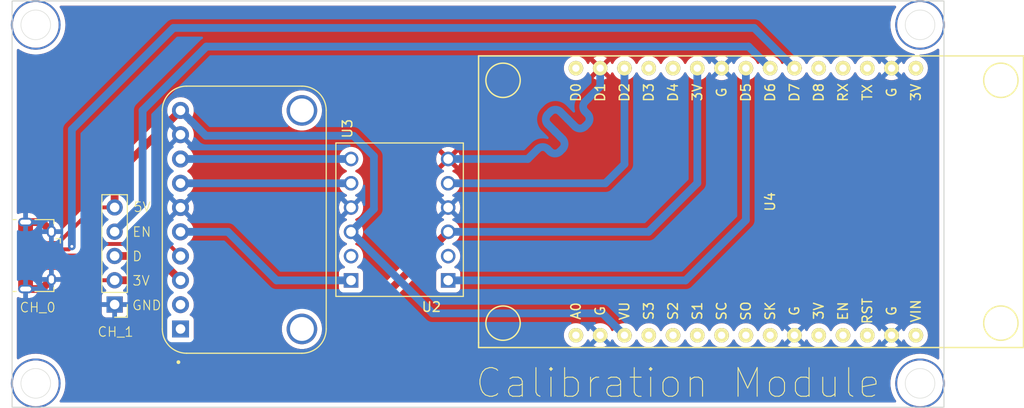
<source format=kicad_pcb>
(kicad_pcb (version 20240108) (generator "pcbnew") (generator_version "8.0")
  (layers (0 "F.Cu" signal) (31 "B.Cu" signal) (34 "B.Paste" user) (35 "F.Paste" user) (36 "B.SilkS" user "B.Silkscreen") (37 "F.SilkS" user "F.Silkscreen") (38 "B.Mask" user) (39 "F.Mask" user) (44 "Edge.Cuts" user))
  (net 0 "")
  (net 1 "/SCL")
  (net 2 "/3V")
  (net 3 "/ALRT")
  (net 4 "/5V")
  (net 5 "/SDA")
  (net 7 "/SCL_H")
  (net 8 "/SDA_H")
  (net 9 "/GND")
  (net 10 "/ALRT_H")
  (net 13 "/A1")
  (net 15 "/A0")
  (net 16 "/EN_1")
  (net 25 "/EN_0")
  (footprint "NodeMCU-LoLinV3:NodeMCU-LoLinV3" (layer "F.Cu") (at 104.295 46 90)
    (property "Reference" "U4" (at 0 0 90) (layer "F.SilkS"))
    (property "Value" "ESP8266 LoLinV3")
    (fp_line (start 15.25 -30.5) (end -14.75 -30.5) (stroke (width 0.15)) (layer "F.SilkS"))
    (fp_line (start -14.75 -30.5) (end -15.25 -30.5) (stroke (width 0.15)) (layer "F.SilkS"))
    (fp_line (start -15.25 -30.5) (end -15.25 26.5) (stroke (width 0.15)) (layer "F.SilkS"))
    (fp_line (start 15.25 26.5) (end 15.25 -30.5) (stroke (width 0.15)) (layer "F.SilkS"))
    (fp_line (start -15.25 26.5) (end 15.25 26.5) (stroke (width 0.15)) (layer "F.SilkS"))
    (fp_circle (center 12.7 -27.94) (end 13.97 -29.21) (stroke (width 0.15)) (fill none) (layer "F.SilkS"))
    (fp_circle (center -12.7 -27.94) (end -11.43 -29.21) (stroke (width 0.15)) (fill none) (layer "F.SilkS"))
    (fp_circle (center 12.7 24.13) (end 13.97 22.86) (stroke (width 0.15)) (fill none) (layer "F.SilkS"))
    (fp_circle (center -12.7 24.13) (end -11.43 22.86) (stroke (width 0.15)) (fill none) (layer "F.SilkS"))
    (fp_text user "D1" (at 11.43 -17.78 90) (layer "F.SilkS"))
    (fp_text user "SO" (at -11.43 -2.54 90) (layer "F.SilkS"))
    (fp_text user "G" (at -11.43 2.54 90) (layer "F.SilkS"))
    (fp_text user "3V" (at 11.43 -7.62 90) (layer "F.SilkS"))
    (fp_text user "D2" (at 11.43 -15.24 90) (layer "F.SilkS"))
    (fp_text user "VIN" (at -11.43 15.24 90) (layer "F.SilkS"))
    (fp_text user "VU" (at -11.43 -15.24 90) (layer "F.SilkS"))
    (fp_text user "RX" (at 11.43 7.62 90) (layer "F.SilkS"))
    (fp_text user "S2" (at -11.43 -10.16 90) (layer "F.SilkS"))
    (fp_text user "A0" (at -11.43 -20.32 90) (layer "F.SilkS"))
    (fp_text user "D5" (at 11.43 -2.54 90) (layer "F.SilkS"))
    (fp_text user "G" (at 11.43 -5.08 90) (layer "F.SilkS"))
    (fp_text user "G" (at 11.43 12.7 90) (layer "F.SilkS"))
    (fp_text user "D7" (at 11.43 2.54 90) (layer "F.SilkS"))
    (fp_text user "3V" (at 11.43 15.24 90) (layer "F.SilkS"))
    (fp_text user "TX" (at 11.43 10.16 90) (layer "F.SilkS"))
    (fp_text user "EN" (at -11.43 7.62 90) (layer "F.SilkS"))
    (fp_text user "D0" (at 11.43 -20.32 90) (layer "F.SilkS"))
    (fp_text user "SK" (at -11.43 0 90) (layer "F.SilkS"))
    (fp_text user "D8" (at 11.43 5.08 90) (layer "F.SilkS"))
    (fp_text user "3V" (at -11.43 5.08 90) (layer "F.SilkS"))
    (fp_text user "D3" (at 11.43 -12.7 90) (layer "F.SilkS"))
    (fp_text user "D6" (at 11.43 0 90) (layer "F.SilkS"))
    (fp_text user "G" (at -11.43 12.7 90) (layer "F.SilkS"))
    (fp_text user "G" (at -11.43 -17.78 90) (layer "F.SilkS"))
    (fp_text user "S3" (at -11.43 -12.7 90) (layer "F.SilkS"))
    (fp_text user "D4" (at 11.43 -10.16 90) (layer "F.SilkS"))
    (fp_text user "SC" (at -11.43 -5.08 90) (layer "F.SilkS"))
    (fp_text user "RST" (at -11.43 10.16 90) (layer "F.SilkS"))
    (fp_text user "S1" (at -11.43 -7.62 90) (layer "F.SilkS"))
    (pad "1" thru_hole circle (at -13.97 -20.32 90) (size 1.524 1.524) (drill 0.762) (layers "*.Cu" "*.Mask" "F.SilkS"))
    (pad "2" thru_hole circle (at -13.97 -17.78 90) (size 1.524 1.524) (drill 0.762) (layers "*.Cu" "*.Mask" "F.SilkS") (net 9 "/GND"))
    (pad "3" thru_hole circle (at -13.97 -15.24 90) (size 1.524 1.524) (drill 0.762) (layers "*.Cu" "*.Mask" "F.SilkS") (net 4 "/5V"))
    (pad "4" thru_hole circle (at -13.97 -12.7 90) (size 1.524 1.524) (drill 0.762) (layers "*.Cu" "*.Mask" "F.SilkS"))
    (pad "5" thru_hole circle (at -13.97 -10.16 90) (size 1.524 1.524) (drill 0.762) (layers "*.Cu" "*.Mask" "F.SilkS"))
    (pad "6" thru_hole circle (at -13.97 -7.62 90) (size 1.524 1.524) (drill 0.762) (layers "*.Cu" "*.Mask" "F.SilkS"))
    (pad "7" thru_hole circle (at -13.97 -5.08 90) (size 1.524 1.524) (drill 0.762) (layers "*.Cu" "*.Mask" "F.SilkS"))
    (pad "8" thru_hole circle (at -13.97 -2.54 90) (size 1.524 1.524) (drill 0.762) (layers "*.Cu" "*.Mask" "F.SilkS"))
    (pad "9" thru_hole circle (at -13.97 0 90) (size 1.524 1.524) (drill 0.762) (layers "*.Cu" "*.Mask" "F.SilkS"))
    (pad "10" thru_hole circle (at -13.97 2.54 90) (size 1.524 1.524) (drill 0.762) (layers "*.Cu" "*.Mask" "F.SilkS") (net 9 "/GND"))
    (pad "11" thru_hole circle (at -13.97 5.08 90) (size 1.524 1.524) (drill 0.762) (layers "*.Cu" "*.Mask" "F.SilkS") (net 2 "/3V"))
    (pad "12" thru_hole circle (at -13.97 7.62 90) (size 1.524 1.524) (drill 0.762) (layers "*.Cu" "*.Mask" "F.SilkS"))
    (pad "13" thru_hole circle (at -13.97 10.16 90) (size 1.524 1.524) (drill 0.762) (layers "*.Cu" "*.Mask" "F.SilkS"))
    (pad "14" thru_hole circle (at -13.97 12.7 90) (size 1.524 1.524) (drill 0.762) (layers "*.Cu" "*.Mask" "F.SilkS") (net 9 "/GND"))
    (pad "15" thru_hole circle (at -13.97 15.24 90) (size 1.524 1.524) (drill 0.762) (layers "*.Cu" "*.Mask" "F.SilkS"))
    (pad "16" thru_hole circle (at 13.97 15.24 90) (size 1.524 1.524) (drill 0.762) (layers "*.Cu" "*.Mask" "F.SilkS") (net 2 "/3V"))
    (pad "17" thru_hole circle (at 13.97 12.7 90) (size 1.524 1.524) (drill 0.762) (layers "*.Cu" "*.Mask" "F.SilkS") (net 9 "/GND"))
    (pad "18" thru_hole circle (at 13.97 10.16 90) (size 1.524 1.524) (drill 0.762) (layers "*.Cu" "*.Mask" "F.SilkS"))
    (pad "19" thru_hole circle (at 13.97 7.62 90) (size 1.524 1.524) (drill 0.762) (layers "*.Cu" "*.Mask" "F.SilkS"))
    (pad "20" thru_hole circle (at 13.97 5.08 90) (size 1.524 1.524) (drill 0.762) (layers "*.Cu" "*.Mask" "F.SilkS"))
    (pad "21" thru_hole circle (at 13.97 2.54 90) (size 1.524 1.524) (drill 0.762) (layers "*.Cu" "*.Mask" "F.SilkS") (net 25 "/EN_0"))
    (pad "22" thru_hole circle (at 13.97 0 90) (size 1.524 1.524) (drill 0.762) (layers "*.Cu" "*.Mask" "F.SilkS") (net 16 "/EN_1"))
    (pad "23" thru_hole circle (at 13.97 -2.54 90) (size 1.524 1.524) (drill 0.762) (layers "*.Cu" "*.Mask" "F.SilkS") (net 3 "/ALRT"))
    (pad "24" thru_hole circle (at 13.97 -5.08 90) (size 1.524 1.524) (drill 0.762) (layers "*.Cu" "*.Mask" "F.SilkS") (net 9 "/GND"))
    (pad "25" thru_hole circle (at 13.97 -7.62 90) (size 1.524 1.524) (drill 0.762) (layers "*.Cu" "*.Mask" "F.SilkS") (net 2 "/3V"))
    (pad "26" thru_hole circle (at 13.97 -10.16 90) (size 1.524 1.524) (drill 0.762) (layers "*.Cu" "*.Mask" "F.SilkS"))
    (pad "27" thru_hole circle (at 13.97 -12.7 90) (size 1.524 1.524) (drill 0.762) (layers "*.Cu" "*.Mask" "F.SilkS"))
    (pad "28" thru_hole circle (at 13.97 -15.24 90) (size 1.524 1.524) (drill 0.762) (layers "*.Cu" "*.Mask" "F.SilkS") (net 5 "/SDA"))
    (pad "29" thru_hole circle (at 13.97 -17.78 90) (size 1.524 1.524) (drill 0.762) (layers "*.Cu" "*.Mask" "F.SilkS") (net 1 "/SCL"))
    (pad "30" thru_hole circle (at 13.97 -20.32 90) (size 1.524 1.524) (drill 0.762) (layers "*.Cu" "*.Mask" "F.SilkS"))
  )
  (footprint "BOB-12009:CONV_BOB-12009" (layer "F.Cu") (at 65.535 47.88 180)
    (property "Reference" "U2" (at -3.325 -9.135 0) (layer "F.SilkS"))
    (property "Value" "LEVEL SHIFTER" (hide yes))
    (fp_line (start 6.665 8.025) (end -6.665 8.025) (stroke (width 0.127)) (layer "F.SilkS"))
    (fp_line (start 6.665 -8.025) (end 6.665 8.025) (stroke (width 0.127)) (layer "F.SilkS"))
    (fp_line (start -6.665 8.025) (end -6.665 -8.025) (stroke (width 0.127)) (layer "F.SilkS"))
    (fp_line (start -6.665 -8.025) (end 6.665 -8.025) (stroke (width 0.127)) (layer "F.SilkS"))
    (pad "GND_1" thru_hole circle (at 5.08 1.27 180) (size 1.524 1.524) (drill 1.016) (layers "*.Cu" "*.Mask") (net 9 "/GND"))
    (pad "GND_2" thru_hole circle (at -5.08 1.27 180) (size 1.524 1.524) (drill 1.016) (layers "*.Cu" "*.Mask") (net 9 "/GND"))
    (pad "HV" thru_hole circle (at 5.08 -1.27 180) (size 1.524 1.524) (drill 1.016) (layers "*.Cu" "*.Mask") (net 4 "/5V"))
    (pad "HV1" thru_hole rect (at 5.08 -6.35 180) (size 1.524 1.524) (drill 1.016) (layers "*.Cu" "*.Mask") (net 10 "/ALRT_H"))
    (pad "HV2" thru_hole circle (at 5.08 -3.81 180) (size 1.524 1.524) (drill 1.016) (layers "*.Cu" "*.Mask"))
    (pad "HV3" thru_hole circle (at 5.08 3.81 180) (size 1.524 1.524) (drill 1.016) (layers "*.Cu" "*.Mask") (net 8 "/SDA_H"))
    (pad "HV4" thru_hole circle (at 5.08 6.35 180) (size 1.524 1.524) (drill 1.016) (layers "*.Cu" "*.Mask") (net 7 "/SCL_H"))
    (pad "LV" thru_hole circle (at -5.08 -1.27 180) (size 1.524 1.524) (drill 1.016) (layers "*.Cu" "*.Mask") (net 2 "/3V"))
    (pad "LV1" thru_hole rect (at -5.08 -6.35 180) (size 1.524 1.524) (drill 1.016) (layers "*.Cu" "*.Mask") (net 3 "/ALRT"))
    (pad "LV2" thru_hole circle (at -5.08 -3.81 180) (size 1.524 1.524) (drill 1.016) (layers "*.Cu" "*.Mask"))
    (pad "LV3" thru_hole circle (at -5.08 3.81 180) (size 1.524 1.524) (drill 1.016) (layers "*.Cu" "*.Mask") (net 5 "/SDA"))
    (pad "LV4" thru_hole circle (at -5.08 6.35 180) (size 1.524 1.524) (drill 1.016) (layers "*.Cu" "*.Mask") (net 1 "/SCL"))
  )
  (footprint "Connector_USB:USB_Micro-B_Amphenol_10118194_Horizontal" (layer "F.Cu") (at 27.71 51.63 -90)
    (property "Reference" "J2" (hide yes))
    (property "Value" "USB_B_Micro" (hide yes))
    (fp_line (start -3.76 2.69) (end -3.76 2.29) (stroke (width 0.12)) (layer "F.SilkS"))
    (fp_line (start 3.76 2.29) (end 3.76 2.69) (stroke (width 0.12)) (layer "F.SilkS"))
    (fp_line (start -3.76 0.32) (end -3.76 -1.66) (stroke (width 0.12)) (layer "F.SilkS"))
    (fp_line (start 3.76 0.32) (end 3.76 -1.66) (stroke (width 0.12)) (layer "F.SilkS"))
    (fp_line (start -3.76 -1.66) (end -3.34 -1.66) (stroke (width 0.12)) (layer "F.SilkS"))
    (fp_line (start 3.76 -1.66) (end 3.34 -1.66) (stroke (width 0.12)) (layer "F.SilkS"))
    (fp_line (start -1.76 -1.89) (end -1.76 -2.34) (stroke (width 0.12)) (layer "F.SilkS"))
    (fp_line (start -1.31 -2.34) (end -1.76 -2.34) (stroke (width 0.12)) (layer "F.SilkS"))
    (pad "1" smd rect (at -1.3 -1.4 270) (size 0.4 1.35) (layers "F.Cu" "F.Paste" "F.Mask") (net 4 "/5V"))
    (pad "2" smd rect (at -0.65 -1.4 270) (size 0.4 1.35) (layers "F.Cu" "F.Paste" "F.Mask") (net 25 "/EN_0"))
    (pad "3" smd rect (at 0 -1.4 270) (size 0.4 1.35) (layers "F.Cu" "F.Paste" "F.Mask") (net 15 "/A0"))
    (pad "4" smd rect (at 0.65 -1.4 270) (size 0.4 1.35) (layers "F.Cu" "F.Paste" "F.Mask") (net 2 "/3V"))
    (pad "5" smd rect (at 1.3 -1.4 270) (size 0.4 1.35) (layers "F.Cu" "F.Paste" "F.Mask") (net 9 "/GND"))
    (pad "6" thru_hole oval (at -3.5 1.3 270) (size 0.89 1.55) (drill oval 0.5 1.15) (layers "*.Cu" "*.Mask") (net 9 "/GND"))
    (pad "6" smd rect (at -2.9 1.3 270) (size 1.2 1.55) (layers "F.Cu" "F.Paste" "F.Mask") (net 9 "/GND"))
    (pad "6" thru_hole oval (at -2.5 -1.4 270) (size 1.25 0.95) (drill oval 0.85 0.55) (layers "*.Cu" "*.Mask") (net 9 "/GND"))
    (pad "6" smd rect (at -1 1.3 270) (size 1.5 1.55) (layers "F.Cu" "F.Paste" "F.Mask") (net 9 "/GND"))
    (pad "6" smd rect (at 1 1.3 270) (size 1.5 1.55) (layers "F.Cu" "F.Paste" "F.Mask") (net 9 "/GND"))
    (pad "6" thru_hole oval (at 2.5 -1.4 270) (size 1.25 0.95) (drill oval 0.85 0.55) (layers "*.Cu" "*.Mask") (net 9 "/GND"))
    (pad "6" smd rect (at 2.9 1.3 270) (size 1.2 1.55) (layers "F.Cu" "F.Paste" "F.Mask") (net 9 "/GND"))
    (pad "6" thru_hole oval (at 3.5 1.3 270) (size 0.89 1.55) (drill oval 0.5 1.15) (layers "*.Cu" "*.Mask") (net 9 "/GND"))
  )
  (footprint "ZC261500:MODULE_ZC261500" (layer "F.Cu") (at 49.285 47.88 -90)
    (property "Reference" "U3" (at -9.525 -10.795 90) (layer "F.SilkS"))
    (property "Value" "ADS1115" (hide yes))
    (fp_line (start 11.43 8.5725) (end -11.43 8.5725) (stroke (width 0.127)) (layer "F.SilkS"))
    (fp_line (start -13.97 6.0325) (end -13.97 -6.0325) (stroke (width 0.127)) (layer "F.SilkS"))
    (fp_line (start 13.97 -6.0325) (end 13.97 6.0325) (stroke (width 0.127)) (layer "F.SilkS"))
    (fp_line (start -11.43 -8.5725) (end 11.43 -8.5725) (stroke (width 0.127)) (layer "F.SilkS"))
    (fp_arc (start -11.43 8.5725) (mid -13.226051 7.828551) (end -13.97 6.0325) (stroke (width 0.127)) (layer "F.SilkS"))
    (fp_arc (start 13.97 6.0325) (mid 13.226051 7.828551) (end 11.43 8.5725) (stroke (width 0.127)) (layer "F.SilkS"))
    (fp_arc (start -13.97 -6.0325) (mid -13.226051 -7.828551) (end -11.43 -8.5725) (stroke (width 0.127)) (layer "F.SilkS"))
    (fp_arc (start 11.43 -8.5725) (mid 13.226051 -7.828551) (end 13.97 -6.0325) (stroke (width 0.127)) (layer "F.SilkS"))
    (fp_circle (center 14.902 6.887) (end 15.002 6.887) (stroke (width 0.2)) (fill none) (layer "F.SilkS"))
    (pad "1" thru_hole rect (at 11.43 6.6675 270) (size 1.778 1.778) (drill 1) (layers "*.Cu" "*.Mask"))
    (pad "2" thru_hole circle (at 8.89 6.6675 270) (size 1.778 1.778) (drill 1) (layers "*.Cu" "*.Mask"))
    (pad "3" thru_hole circle (at 6.35 6.6675 270) (size 1.778 1.778) (drill 1) (layers "*.Cu" "*.Mask") (net 13 "/A1"))
    (pad "4" thru_hole circle (at 3.81 6.6675 270) (size 1.778 1.778) (drill 1) (layers "*.Cu" "*.Mask") (net 15 "/A0"))
    (pad "5" thru_hole circle (at 1.27 6.6675 270) (size 1.778 1.778) (drill 1) (layers "*.Cu" "*.Mask") (net 10 "/ALRT_H"))
    (pad "6" thru_hole circle (at -1.27 6.6675 270) (size 1.778 1.778) (drill 1) (layers "*.Cu" "*.Mask") (net 9 "/GND"))
    (pad "7" thru_hole circle (at -3.81 6.6675 270) (size 1.778 1.778) (drill 1) (layers "*.Cu" "*.Mask") (net 8 "/SDA_H"))
    (pad "8" thru_hole circle (at -6.35 6.6675 270) (size 1.778 1.778) (drill 1) (layers "*.Cu" "*.Mask") (net 7 "/SCL_H"))
    (pad "9" thru_hole circle (at -8.89 6.6675 270) (size 1.778 1.778) (drill 1) (layers "*.Cu" "*.Mask") (net 9 "/GND"))
    (pad "10" thru_hole circle (at -11.43 6.6675 270) (size 1.778 1.778) (drill 1) (layers "*.Cu" "*.Mask") (net 4 "/5V"))
    (pad "P1" thru_hole circle (at -11.43 -6.0325 270) (size 3.2 3.2) (drill 2.5) (layers "*.Cu" "*.Mask"))
    (pad "P2" thru_hole circle (at 11.43 -6.0325 270) (size 3.2 3.2) (drill 2.5) (layers "*.Cu" "*.Mask"))
  )
  (footprint "Connector_PinHeader_2.54mm:PinHeader_1x05_P2.54mm_Vertical" (layer "F.Cu") (at 35.725 56.755 180)
    (property "Reference" "J1" (hide yes))
    (property "Value" "Pin Header (1x05)" (hide yes))
    (fp_line (start 1.33 1.27) (end 1.33 11.49) (stroke (width 0.12)) (layer "F.SilkS"))
    (fp_line (start -1.33 11.49) (end 1.33 11.49) (stroke (width 0.12)) (layer "F.SilkS"))
    (fp_line (start -1.33 1.27) (end 1.33 1.27) (stroke (width 0.12)) (layer "F.SilkS"))
    (fp_line (start -1.33 1.27) (end -1.33 11.49) (stroke (width 0.12)) (layer "F.SilkS"))
    (fp_line (start -1.33 0) (end -1.33 -1.33) (stroke (width 0.12)) (layer "F.SilkS"))
    (fp_line (start -1.33 -1.33) (end 0 -1.33) (stroke (width 0.12)) (layer "F.SilkS"))
    (pad "1" thru_hole rect (at 0 0 180) (size 1.7 1.7) (drill 1) (layers "*.Cu" "*.Mask") (net 9 "/GND"))
    (pad "2" thru_hole oval (at 0 2.54 180) (size 1.7 1.7) (drill 1) (layers "*.Cu" "*.Mask") (net 2 "/3V"))
    (pad "3" thru_hole oval (at 0 5.08 180) (size 1.7 1.7) (drill 1) (layers "*.Cu" "*.Mask") (net 13 "/A1"))
    (pad "4" thru_hole oval (at 0 7.62 180) (size 1.7 1.7) (drill 1) (layers "*.Cu" "*.Mask") (net 16 "/EN_1"))
    (pad "5" thru_hole oval (at 0 10.16 180) (size 1.7 1.7) (drill 1) (layers "*.Cu" "*.Mask") (net 4 "/5V"))
  )
  (gr_circle (center 27.475 65) (end 29.975 65) (stroke (width 0.2)) (fill none) (layer "F.Cu"))
  (gr_circle (center 119.975 65) (end 122.475 65) (stroke (width 0.2)) (fill none) (layer "F.Cu"))
  (gr_circle (center 27.475 27.5) (end 29.975 27.5) (stroke (width 0.2)) (fill none) (layer "F.Cu"))
  (gr_circle (center 119.975 27.5) (end 122.475 27.5) (stroke (width 0.2)) (fill none) (layer "F.Cu"))
  (gr_circle (center 119.975 27.5) (end 117.475 27.5) (stroke (width 0.2)) (fill none) (layer "B.Cu"))
  (gr_circle (center 27.475 65) (end 24.975 65) (stroke (width 0.2)) (fill none) (layer "B.Cu"))
  (gr_circle (center 27.475 27.5) (end 24.975 27.5) (stroke (width 0.2)) (fill none) (layer "B.Cu"))
  (gr_circle (center 119.975 65) (end 117.475 65) (stroke (width 0.2)) (fill none) (layer "B.Cu"))
  (gr_rect (start 25 25) (end 122.475 67.5) (stroke (width 0.1)) (fill none) (layer "Edge.Cuts"))
  (gr_circle (center 27.475 27.5) (end 25.925 27.5) (stroke (width 0.05)) (fill none) (layer "Edge.Cuts"))
  (gr_circle (center 27.475 65) (end 25.925 65) (stroke (width 0.05)) (fill none) (layer "Edge.Cuts"))
  (gr_circle (center 119.975 27.5) (end 118.425 27.5) (stroke (width 0.05)) (fill none) (layer "Edge.Cuts"))
  (gr_circle (center 119.975 65) (end 118.425 65) (stroke (width 0.05)) (fill none) (layer "Edge.Cuts"))
  (gr_text "Calibration Module" (at 73.3 66.725 0) (layer "F.SilkS") (effects (font (size 3 3) (thickness 0.1)) (justify left bottom)))
  (gr_text "D" (at 37.525 52.3 -0) (layer "F.SilkS") (effects (font (size 1 1) (thickness 0.1)) (justify left bottom)))
  (gr_text "GND" (at 37.5 57.425 -0) (layer "F.SilkS") (effects (font (size 1 1) (thickness 0.1)) (justify left bottom)))
  (gr_text "5V" (at 37.625 47.15 -0) (layer "F.SilkS") (effects (font (size 1 1) (thickness 0.1)) (justify left bottom)))
  (gr_text "3V" (at 37.525 54.85 -0) (layer "F.SilkS") (effects (font (size 1 1) (thickness 0.1)) (justify left bottom)))
  (gr_text "CH_0" (at 25.725 57.65 -0) (layer "F.SilkS") (effects (font (size 1 1) (thickness 0.1)) (justify left bottom)))
  (gr_text "EN" (at 37.525 49.75 -0) (layer "F.SilkS") (effects (font (size 1 1) (thickness 0.1)) (justify left bottom)))
  (gr_text "CH_1" (at 33.875 60.2 -0) (layer "F.SilkS") (effects (font (size 1 1) (thickness 0.1)) (justify left bottom)))
  (segment (start 70.615 41.53) (end 78.945 41.53) (width 0.8128) (layer "B.Cu") (net 1))
  (segment (start 82.351827 36.595822) (end 83.115503 37.359497) (width 0.8128) (layer "B.Cu") (net 1))
  (segment (start 83.638764 37.882755) (end 83.87918 38.123171) (width 0.8128) (layer "B.Cu") (net 1))
  (segment (start 85.8625 34.6125) (end 86.515 33.96) (width 0.8128) (layer "B.Cu") (net 1))
  (segment (start 81.043679 36.857452) (end 81.305309 36.595822) (width 0.8128) (layer "B.Cu") (net 1))
  (segment (start 85.187328 36.815023) (end 84.946911 36.574607) (width 0.8128) (layer "B.Cu") (net 1))
  (segment (start 83.115503 37.359497) (end 83.638764 37.882755) (width 0.8128) (layer "B.Cu") (net 1))
  (segment (start 81.807354 38.667647) (end 81.807354 38.667646) (width 0.8128) (layer "B.Cu") (net 1))
  (segment (start 82.330613 39.190906) (end 81.807354 38.667647) (width 0.8128) (layer "B.Cu") (net 1))
  (segment (start 81.022464 40.499055) (end 81.26288 40.739472) (width 0.8128) (layer "B.Cu") (net 1))
  (segment (start 84.925698 38.123171) (end 85.187328 37.861541) (width 0.8128) (layer "B.Cu") (net 1))
  (segment (start 86.515 33.96) (end 86.515 32.03) (width 0.8128) (layer "B.Cu") (net 1))
  (segment (start 84.946911 35.528089) (end 85.20854 35.26646) (width 0.8128) (layer "B.Cu") (net 1))
  (segment (start 78.945 41.53) (end 79.975944 40.499056) (width 0.8128) (layer "B.Cu") (net 1))
  (segment (start 81.807354 38.667646) (end 81.043679 37.90397) (width 0.8128) (layer "B.Cu") (net 1))
  (segment (start 82.309398 40.739472) (end 82.571028 40.477842) (width 0.8128) (layer "B.Cu") (net 1))
  (segment (start 85.20854 35.26646) (end 85.8625 34.6125) (width 0.8128) (layer "B.Cu") (net 1))
  (segment (start 82.571028 39.431324) (end 82.330613 39.190906) (width 0.8128) (layer "B.Cu") (net 1))
  (arc (start 84.946911 36.574607) (mid 84.73017 36.051348) (end 84.946911 35.528089) (width 0.8128) (layer "B.Cu") (net 1))
  (arc (start 81.26288 40.739472) (mid 81.786139 40.956213) (end 82.309398 40.739472) (width 0.8128) (layer "B.Cu") (net 1))
  (arc (start 83.87918 38.123171) (mid 84.402439 38.339912) (end 84.925698 38.123171) (width 0.8128) (layer "B.Cu") (net 1))
  (arc (start 81.305309 36.595822) (mid 81.828568 36.379081) (end 82.351827 36.595822) (width 0.8128) (layer "B.Cu") (net 1))
  (arc (start 85.187328 37.861541) (mid 85.404069 37.338282) (end 85.187328 36.815023) (width 0.8128) (layer "B.Cu") (net 1))
  (arc (start 82.571028 40.477842) (mid 82.787769 39.954583) (end 82.571028 39.431324) (width 0.8128) (layer "B.Cu") (net 1))
  (arc (start 79.975944 40.499056) (mid 80.499204 40.282313) (end 81.022464 40.499055) (width 0.8128) (layer "B.Cu") (net 1))
  (arc (start 81.043679 37.90397) (mid 80.826938 37.380711) (end 81.043679 36.857452) (width 0.8128) (layer "B.Cu") (net 1))
  (segment (start 47.075 61.275) (end 40.825 61.275) (width 0.8128) (layer "F.Cu") (net 2))
  (segment (start 63.34 56.425) (end 51.925 56.425) (width 0.8128) (layer "F.Cu") (net 2))
  (segment (start 29.11 52.28) (end 31.63 52.28) (width 0.4064) (layer "F.Cu") (net 2))
  (segment (start 39.35 59.8) (end 39.35 55.675) (width 0.8128) (layer "F.Cu") (net 2))
  (segment (start 70.615 49.15) (end 63.34 56.425) (width 0.8128) (layer "F.Cu") (net 2))
  (segment (start 39.35 55.675) (end 37.89 54.215) (width 0.8128) (layer "F.Cu") (net 2))
  (segment (start 51.925 56.425) (end 47.075 61.275) (width 0.8128) (layer "F.Cu") (net 2))
  (segment (start 31.63 52.28) (end 33.565 54.215) (width 0.4064) (layer "F.Cu") (net 2))
  (segment (start 37.89 54.215) (end 35.725 54.215) (width 0.8128) (layer "F.Cu") (net 2))
  (segment (start 40.825 61.275) (end 39.35 59.8) (width 0.8128) (layer "F.Cu") (net 2))
  (segment (start 33.565 54.215) (end 35.725 54.215) (width 0.4064) (layer "F.Cu") (net 2))
  (segment (start 91.575 49.15) (end 96.675 44.05) (width 0.8128) (layer "B.Cu") (net 2))
  (segment (start 70.615 49.15) (end 91.575 49.15) (width 0.8128) (layer "B.Cu") (net 2))
  (segment (start 96.675 44.05) (end 96.675 32.03) (width 0.8128) (layer "B.Cu") (net 2))
  (segment (start 101.755 47.92) (end 95.445 54.23) (width 0.8128) (layer "B.Cu") (net 3))
  (segment (start 101.755 32.03) (end 101.755 47.92) (width 0.8128) (layer "B.Cu") (net 3))
  (segment (start 95.445 54.23) (end 70.615 54.23) (width 0.8128) (layer "B.Cu") (net 3))
  (segment (start 35.725 43.3425) (end 35.725 46.595) (width 0.8128) (layer "F.Cu") (net 4))
  (segment (start 33.555 46.595) (end 29.82 50.33) (width 0.4064) (layer "F.Cu") (net 4))
  (segment (start 42.6175 36.45) (end 35.725 43.3425) (width 0.8128) (layer "F.Cu") (net 4))
  (segment (start 35.725 46.595) (end 33.555 46.595) (width 0.4064) (layer "F.Cu") (net 4))
  (segment (start 29.82 50.33) (end 29.11 50.33) (width 0.4064) (layer "F.Cu") (net 4))
  (segment (start 68.98 57.675) (end 60.455 49.15) (width 0.8128) (layer "B.Cu") (net 4))
  (segment (start 60.7 39.1) (end 45.2675 39.1) (width 0.8128) (layer "B.Cu") (net 4))
  (segment (start 60.455 49.15) (end 62.85 46.755) (width 0.8128) (layer "B.Cu") (net 4))
  (segment (start 62.85 41.25) (end 60.7 39.1) (width 0.8128) (layer "B.Cu") (net 4))
  (segment (start 60.525 49.15) (end 60.455 49.15) (width 0.8128) (layer "B.Cu") (net 4))
  (segment (start 89.055 59.97) (end 86.76 57.675) (width 0.8128) (layer "B.Cu") (net 4))
  (segment (start 86.76 57.675) (end 68.98 57.675) (width 0.8128) (layer "B.Cu") (net 4))
  (segment (start 62.85 46.755) (end 62.85 41.25) (width 0.8128) (layer "B.Cu") (net 4))
  (segment (start 60.455 49.15) (end 60.455 49.155) (width 0.8128) (layer "B.Cu") (net 4))
  (segment (start 45.2675 39.1) (end 42.6175 36.45) (width 0.8128) (layer "B.Cu") (net 4))
  (segment (start 87.055 44.07) (end 89.055 42.07) (width 0.8128) (layer "B.Cu") (net 5))
  (segment (start 70.615 44.07) (end 87.055 44.07) (width 0.8128) (layer "B.Cu") (net 5))
  (segment (start 89.055 42.07) (end 89.055 32.03) (width 0.8128) (layer "B.Cu") (net 5))
  (segment (start 60.205 41.53) (end 42.6425 41.53) (width 0.8128) (layer "B.Cu") (net 7))
  (segment (start 60.205 44.07) (end 42.6425 44.07) (width 0.8128) (layer "B.Cu") (net 8))
  (segment (start 28.11 48.13) (end 29.11 49.13) (width 0.8128) (layer "F.Cu") (net 9))
  (segment (start 26.41 55.13) (end 28.11 55.13) (width 0.8128) (layer "F.Cu") (net 9))
  (segment (start 26.41 52.63) (end 26.41 50.63) (width 0.8128) (layer "F.Cu") (net 9))
  (segment (start 29.11 52.93) (end 29.11 54.13) (width 0.4064) (layer "F.Cu") (net 9))
  (segment (start 26.41 48.13) (end 28.11 48.13) (width 0.8128) (layer "F.Cu") (net 9))
  (segment (start 28.11 55.13) (end 29.11 54.13) (width 0.8128) (layer "F.Cu") (net 9))
  (segment (start 26.41 55.13) (end 26.41 52.63) (width 0.8128) (layer "F.Cu") (net 9))
  (segment (start 26.41 48.13) (end 26.41 50.63) (width 0.8128) (layer "F.Cu") (net 9))
  (segment (start 86.515 59.67) (end 86.515 59.64) (width 0.8128) (layer "B.Cu") (net 9))
  (segment (start 52.66 54.23) (end 60.455 54.23) (width 0.8128) (layer "B.Cu") (net 10))
  (segment (start 42.6175 49.15) (end 47.58 49.15) (width 0.8128) (layer "B.Cu") (net 10))
  (segment (start 47.58 49.15) (end 52.66 54.23) (width 0.8128) (layer "B.Cu") (net 10))
  (segment (start 40.0625 51.675) (end 42.6175 54.23) (width 0.8128) (layer "F.Cu") (net 13))
  (segment (start 35.725 51.675) (end 40.0625 51.675) (width 0.8128) (layer "F.Cu") (net 13))
  (segment (start 42.5975 54.21) (end 42.6175 54.23) (width 0.8128) (layer "B.Cu") (net 13))
  (segment (start 33.6532 50.4218) (end 32.445 51.63) (width 0.4064) (layer "F.Cu") (net 15))
  (segment (start 32.445 51.63) (end 29.11 51.63) (width 0.4064) (layer "F.Cu") (net 15))
  (segment (start 42.6175 51.69) (end 41.3493 50.4218) (width 0.4064) (layer "F.Cu") (net 15))
  (segment (start 41.3493 50.4218) (end 33.6532 50.4218) (width 0.4064) (layer "F.Cu") (net 15))
  (segment (start 38.65 36.45) (end 38.65 46.21) (width 0.8128) (layer "B.Cu") (net 16))
  (segment (start 45.325 29.775) (end 38.65 36.45) (width 0.8128) (layer "B.Cu") (net 16))
  (segment (start 104.295 32.03) (end 102.04 29.775) (width 0.8128) (layer "B.Cu") (net 16))
  (segment (start 102.04 29.775) (end 45.325 29.775) (width 0.8128) (layer "B.Cu") (net 16))
  (segment (start 38.65 46.21) (end 35.725 49.135) (width 0.8128) (layer "B.Cu") (net 16))
  (segment (start 30.945 50.98) (end 31.25 50.675) (width 0.4064) (layer "F.Cu") (net 25))
  (segment (start 29.11 50.98) (end 30.945 50.98) (width 0.4064) (layer "F.Cu") (net 25))
  (via (at 31.25 50.675) (size 0.6) (drill 0.3) (layers "F.Cu" "B.Cu") (net 25))
  (segment (start 106.83 32.03) (end 102.625 27.825) (width 0.8128) (layer "B.Cu") (net 25))
  (segment (start 106.835 32.03) (end 106.83 32.03) (width 0.8128) (layer "B.Cu") (net 25))
  (segment (start 102.625 27.825) (end 41.875 27.825) (width 0.8128) (layer "B.Cu") (net 25))
  (segment (start 41.875 27.825) (end 31.25 38.45) (width 0.8128) (layer "B.Cu") (net 25))
  (segment (start 31.25 38.45) (end 31.25 50.675) (width 0.8128) (layer "B.Cu") (net 25))
  (zone (net 1) (net_name "/SCL") (layer "F.Cu") (connect_pads (clearance 0.5)) (min_thickness 0.25) (fill (thermal_gap 0.5) (thermal_bridge_width 0.5))
    (polygon (pts (xy 25 25) (xy 25 67.48719) (xy 122.475 67.5) (xy 122.475 25)))
  )
  (zone (net 9) (net_name "/GND") (layer "B.Cu") (priority 1) (connect_pads (clearance 0.5)) (min_thickness 0.25) (fill (thermal_gap 0.5) (thermal_bridge_width 0.5))
    (polygon (pts (xy 25 25) (xy 25 67.5) (xy 122.475 67.475) (xy 122.475 25)))
  )
)
</source>
